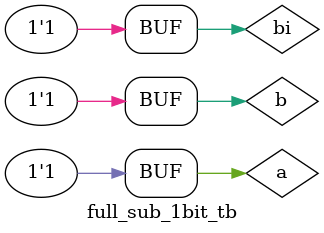
<source format=v>
module full_sub_1bit_tb;
wire d,bo;
reg a,b,bi;
full_sub f( .a(a), .b(b), .bi(bi), .d(d), .bo(bo));
initial 
begin
	a = 0; b = 0; bi = 0;
	#10;
    a = 0; b = 0; bi = 1;
	#10;
    a = 0; b = 1; bi = 0;
	#10;
    a = 0; b = 1; bi = 1;
	#10;
    a = 1; b = 0; bi = 0;
	#10;
    a = 1; b = 0; bi = 1;
	#10;
    a = 1; b = 1; bi = 0;
	#10;
    a = 1; b = 1; bi = 1;
	#10;

end
endmodule
</source>
